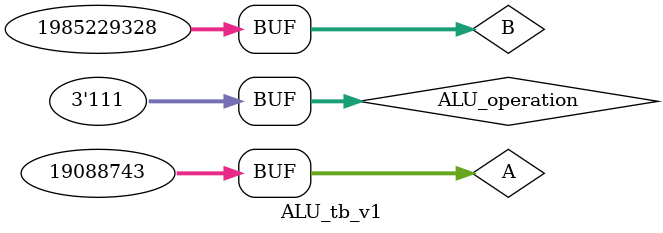
<source format=v>
`timescale 1ns / 1ps

module ALU_tb_v1;
   reg [31:0] A, B;
   reg [2:0] ALU_operation;
   wire [31:0] res;
   wire zero;
   ALU_v1 ALU_u (
      .A(A),
      .B(B),
      .ALU_operation(ALU_operation),
      .res(res),
      .zero(zero)
   );
   initial begin
      A = 32'hA5A5A5A5;
      B = 32'h5A5A5A5A;
      ALU_operation = 3'b111;
      #100;
      ALU_operation = 3'b110;
      #100;
      ALU_operation = 3'b101;
      #100;
      ALU_operation = 3'b100;
      #100;
      ALU_operation = 3'b011;
      #100;
      ALU_operation = 3'b010;
      #100;
      ALU_operation = 3'b001;
      #100;
      ALU_operation = 3'b000;
      #100;
      A = 32'h01234567;
      B = 32'h76543210;
      ALU_operation = 3'b111;
   end
endmodule

</source>
